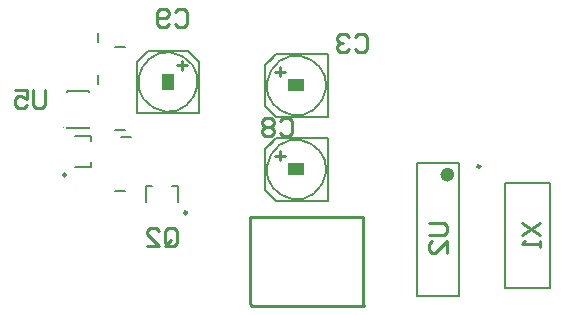
<source format=gbo>
%FSLAX25Y25*%
%MOIN*%
G70*
G01*
G75*
G04 Layer_Color=32896*
%ADD10R,0.04331X0.03937*%
%ADD11R,0.03937X0.04331*%
%ADD12C,0.06000*%
%ADD13R,0.05906X0.05118*%
%ADD14R,0.06890X0.13583*%
%ADD15R,0.06890X0.04331*%
%ADD16R,0.06890X0.04331*%
%ADD17R,0.07480X0.07480*%
%ADD18R,0.00984X0.11811*%
%ADD19R,0.07874X0.03937*%
%ADD20C,0.05000*%
%ADD21C,0.01000*%
%ADD22C,0.01969*%
%ADD23C,0.01181*%
%ADD24C,0.04724*%
%ADD25R,0.05000X0.05000*%
%ADD26C,0.02500*%
%ADD27R,0.05000X0.04724*%
%ADD28C,0.02756*%
%ADD29R,0.03937X0.11811*%
%ADD30O,0.09843X0.02756*%
%ADD31R,0.11811X0.03937*%
%ADD32R,0.03937X0.03740*%
%ADD33R,0.03740X0.03937*%
%ADD34R,0.05709X0.02165*%
%ADD35R,0.05709X0.02165*%
%ADD36C,0.00984*%
%ADD37C,0.00787*%
%ADD38C,0.00500*%
%ADD39R,0.26000X0.22000*%
%ADD40R,0.22000X0.26000*%
%ADD41R,0.05131X0.04737*%
%ADD42R,0.04737X0.05131*%
%ADD43C,0.06800*%
%ADD44R,0.06706X0.05918*%
%ADD45R,0.07690X0.14383*%
%ADD46R,0.07690X0.05131*%
%ADD47R,0.07690X0.05131*%
%ADD48R,0.08280X0.08280*%
%ADD49R,0.01784X0.12611*%
%ADD50R,0.08674X0.04737*%
%ADD51C,0.05800*%
%ADD52C,0.05524*%
%ADD53R,0.05800X0.05800*%
%ADD54C,0.03300*%
%ADD55R,0.05800X0.05524*%
%ADD56C,0.03556*%
%ADD57R,0.04737X0.12611*%
%ADD58O,0.10642X0.03556*%
%ADD59R,0.12611X0.04737*%
%ADD60R,0.04737X0.04540*%
%ADD61R,0.04540X0.04737*%
%ADD62R,0.06509X0.02965*%
%ADD63R,0.06509X0.02965*%
%ADD64C,0.00600*%
%ADD65C,0.02362*%
%ADD66C,0.00394*%
%ADD67C,0.00800*%
%ADD68R,0.03937X0.05833*%
%ADD69R,0.05833X0.03937*%
D21*
X315500Y268000D02*
X353000D01*
X315500Y239000D02*
Y268000D01*
Y239000D02*
X316000Y238500D01*
X353500D01*
X353000Y239000D02*
X353500Y238500D01*
X353000Y239000D02*
Y268000D01*
X350501Y327998D02*
X351501Y328998D01*
X353500D01*
X354500Y327998D01*
Y324000D01*
X353500Y323000D01*
X351501D01*
X350501Y324000D01*
X348502Y327998D02*
X347502Y328998D01*
X345503D01*
X344503Y327998D01*
Y326999D01*
X345503Y325999D01*
X346503D01*
X345503D01*
X344503Y324999D01*
Y324000D01*
X345503Y323000D01*
X347502D01*
X348502Y324000D01*
X325301Y300298D02*
X326301Y301298D01*
X328300D01*
X329300Y300298D01*
Y296300D01*
X328300Y295300D01*
X326301D01*
X325301Y296300D01*
X323302Y300298D02*
X322302Y301298D01*
X320303D01*
X319303Y300298D01*
Y299299D01*
X320303Y298299D01*
X319303Y297299D01*
Y296300D01*
X320303Y295300D01*
X322302D01*
X323302Y296300D01*
Y297299D01*
X322302Y298299D01*
X323302Y299299D01*
Y300298D01*
X322302Y298299D02*
X320303D01*
X290501Y336498D02*
X291501Y337498D01*
X293500D01*
X294500Y336498D01*
Y332500D01*
X293500Y331500D01*
X291501D01*
X290501Y332500D01*
X288502D02*
X287502Y331500D01*
X285503D01*
X284503Y332500D01*
Y336498D01*
X285503Y337498D01*
X287502D01*
X288502Y336498D01*
Y335499D01*
X287502Y334499D01*
X284503D01*
X287001Y259500D02*
Y263498D01*
X288001Y264498D01*
X290000D01*
X291000Y263498D01*
Y259500D01*
X290000Y258500D01*
X288001D01*
X289001Y260499D02*
X287001Y258500D01*
X288001D02*
X287001Y259500D01*
X281003Y258500D02*
X285002D01*
X281003Y262499D01*
Y263498D01*
X282003Y264498D01*
X284002D01*
X285002Y263498D01*
X375002Y266000D02*
X380000D01*
X381000Y265000D01*
Y263001D01*
X380000Y262001D01*
X375002D01*
X381000Y256003D02*
Y260002D01*
X377001Y256003D01*
X376002D01*
X375002Y257003D01*
Y259002D01*
X376002Y260002D01*
X247000Y310498D02*
Y305500D01*
X246000Y304500D01*
X244001D01*
X243001Y305500D01*
Y310498D01*
X237003D02*
X241002D01*
Y307499D01*
X239003Y308499D01*
X238003D01*
X237003Y307499D01*
Y305500D01*
X238003Y304500D01*
X240002D01*
X241002Y305500D01*
X406002Y266000D02*
X412000Y262001D01*
X406002D02*
X412000Y266000D01*
Y260002D02*
Y258003D01*
Y259002D01*
X406002D01*
X407002Y260002D01*
D36*
X392075Y285043D02*
G03*
X392075Y285043I-492J0D01*
G01*
X254063Y282224D02*
G03*
X254063Y282224I-492J0D01*
G01*
X294268Y269571D02*
G03*
X294268Y269571I-492J0D01*
G01*
X292634Y320249D02*
Y317100D01*
X291059Y318674D02*
X294208D01*
X323751Y288634D02*
X326900D01*
X325325Y287059D02*
Y290208D01*
X323751Y316634D02*
X326900D01*
X325325Y315059D02*
Y318208D01*
D37*
X415500Y244500D02*
Y279500D01*
X400500Y244500D02*
X415500D01*
X400500D02*
Y279500D01*
X415500D01*
X370913Y241756D02*
X385087D01*
X370913Y286244D02*
X385087D01*
X370913Y241756D02*
Y286244D01*
X385087Y241756D02*
Y286244D01*
X257114Y295217D02*
X262429D01*
X257114Y284783D02*
X262429D01*
Y284770D02*
Y286555D01*
Y293445D02*
Y295217D01*
X280783Y273114D02*
Y278429D01*
X291217Y273114D02*
Y278429D01*
X289445D02*
X291230D01*
X280783D02*
X282555D01*
X254457Y309906D02*
Y310102D01*
X261543Y309906D02*
Y310102D01*
X254457Y297898D02*
Y298094D01*
X261543Y297898D02*
Y298094D01*
X254457Y297898D02*
X261543D01*
X254457Y310102D02*
X261543D01*
X270425Y276693D02*
X273575D01*
X270425Y297307D02*
X273575D01*
X272425Y294693D02*
X275575D01*
X264693Y326425D02*
Y329575D01*
Y312425D02*
Y315575D01*
X270425Y324693D02*
X273575D01*
D64*
X283137Y304619D02*
G03*
X283120Y304629I4863J8557D01*
G01*
X339381Y279137D02*
G03*
X339371Y279120I-8557J4863D01*
G01*
X339381Y307137D02*
G03*
X339371Y307120I-8557J4863D01*
G01*
D65*
X382331Y282307D02*
G03*
X382331Y282307I-1181J0D01*
G01*
D66*
X253079Y297996D02*
G03*
X253079Y297996I-197J0D01*
G01*
D67*
X277551Y302742D02*
X298449D01*
X298447Y319866D02*
X298449Y319868D01*
X294715Y323602D02*
X298449Y319868D01*
X277543Y319866D02*
X277547Y319869D01*
X281279Y323602D01*
X294715D02*
X297171Y321145D01*
X277543Y302750D02*
Y319866D01*
X298447Y302743D02*
Y319866D01*
X281279Y323602D02*
X294715D01*
X341258Y273551D02*
Y294449D01*
X324132D02*
X324134Y294447D01*
X320398Y290715D02*
X324132Y294449D01*
X324131Y273547D02*
X324134Y273543D01*
X320398Y277279D02*
X324131Y273547D01*
X320398Y290715D02*
X322855Y293172D01*
X324134Y273543D02*
X341250D01*
X324134Y294447D02*
X341257D01*
X320398Y277279D02*
Y290715D01*
X341258Y301551D02*
Y322449D01*
X324132D02*
X324134Y322447D01*
X320398Y318715D02*
X324132Y322449D01*
X324131Y301547D02*
X324134Y301543D01*
X320398Y305279D02*
X324131Y301547D01*
X320398Y318715D02*
X322855Y321171D01*
X324134Y301543D02*
X341250D01*
X324134Y322447D02*
X341257D01*
X320398Y305279D02*
Y318715D01*
D68*
X288000Y313179D02*
D03*
D69*
X330820Y284000D02*
D03*
Y312000D02*
D03*
M02*

</source>
